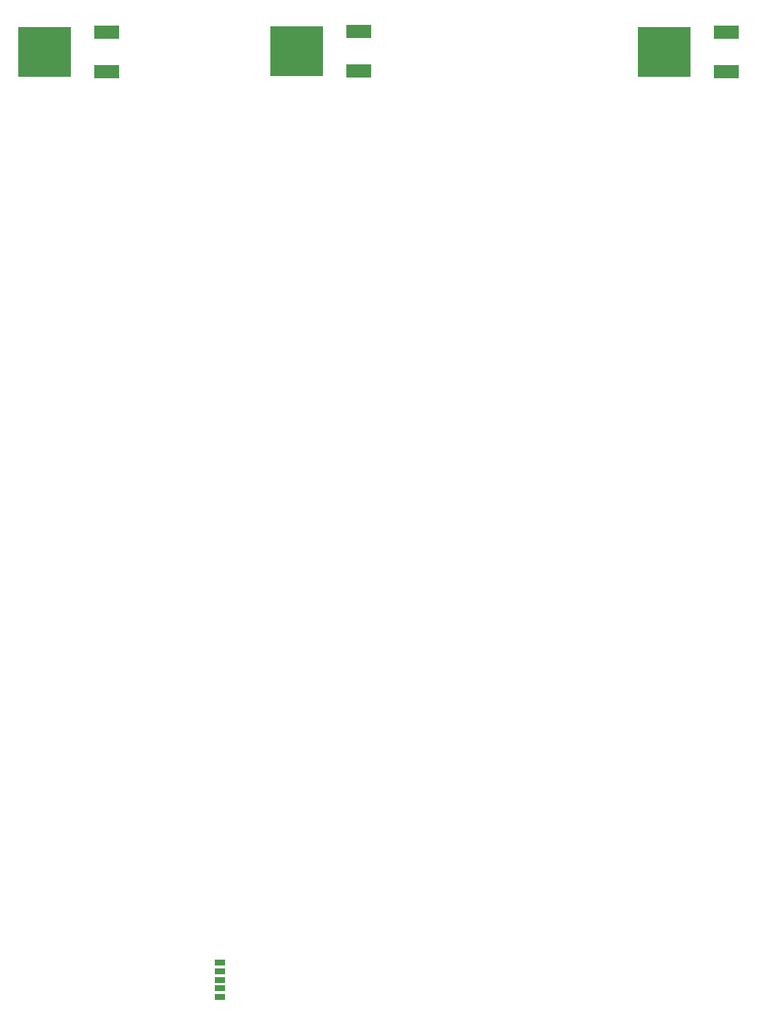
<source format=gtp>
G75*
%MOIN*%
%OFA0B0*%
%FSLAX25Y25*%
%IPPOS*%
%LPD*%
%AMOC8*
5,1,8,0,0,1.08239X$1,22.5*
%
%ADD10R,0.05000X0.02500*%
%ADD11R,0.24409X0.22835*%
%ADD12R,0.11811X0.06299*%
D10*
X0110015Y0052400D03*
X0110015Y0056400D03*
X0110015Y0060200D03*
X0110015Y0064200D03*
X0110015Y0068100D03*
D11*
X0145245Y0483500D03*
X0030245Y0483000D03*
X0312745Y0483000D03*
D12*
X0341013Y0474024D03*
X0341013Y0491976D03*
X0173513Y0492476D03*
X0173513Y0474524D03*
X0058513Y0474024D03*
X0058513Y0491976D03*
M02*

</source>
